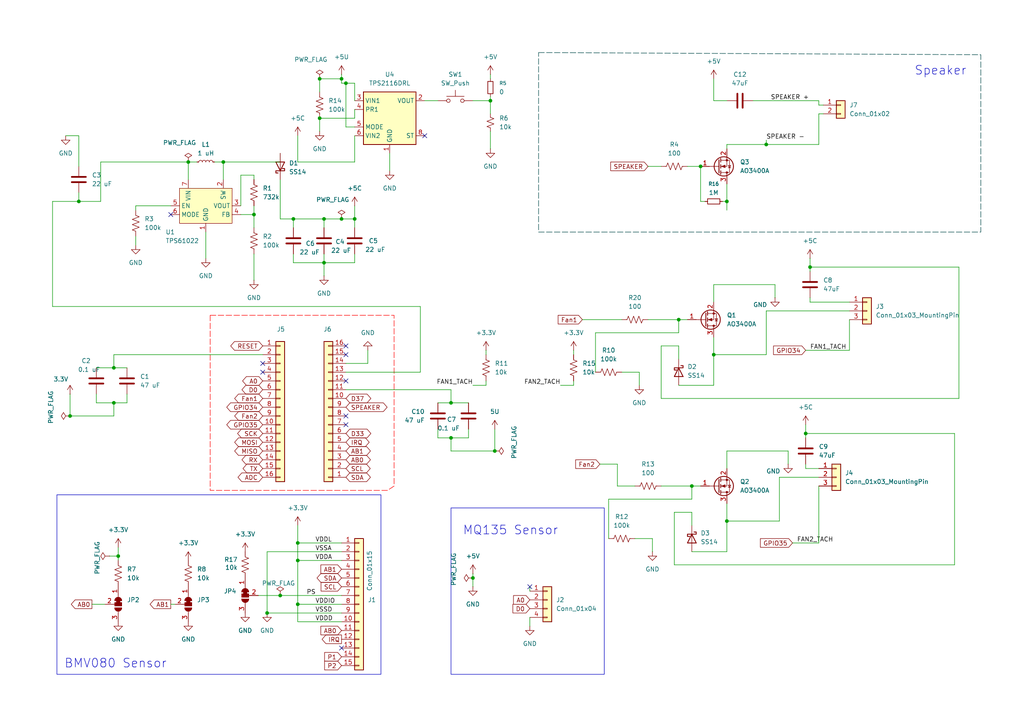
<source format=kicad_sch>
(kicad_sch (version 20250114) (generator "eeschema") (generator_version "9.0")
  (paper "A4")
  (title_block (rev "A4"))
  (rectangle (start 130.81 147.32) (end 175.26 195.58))
  (rectangle (start 16.51 143.51) (end 110.49 195.58))
  (text "BMV080 Sensor" (at 33.528 192.532 0) (effects (font (size 2.54 2.54))))
  (text "MQ135 Sensor" (at 148.082 153.924 0) (effects (font (size 2.54 2.54))))
  (text "Speaker" (at 272.796 20.574 0) (effects (font (size 2.54 2.54))))
  (junction (at 130.81 116.84))
  (junction (at 210.82 58.42))
  (junction (at 99.06 63.5))
  (junction (at 22.86 58.42))
  (junction (at 93.98 63.5))
  (junction (at 99.06 22.86))
  (junction (at 203.2 48.26))
  (junction (at 77.47 177.8))
  (junction (at 85.09 63.5))
  (junction (at 137.16 167.64))
  (junction (at 100.33 24.13))
  (junction (at 33.02 116.84))
  (junction (at 86.36 162.56))
  (junction (at 233.68 125.73))
  (junction (at 207.01 102.87))
  (junction (at 93.98 76.2))
  (junction (at 102.87 63.5))
  (junction (at 54.61 46.99))
  (junction (at 86.36 157.48))
  (junction (at 73.66 62.23))
  (junction (at 222.25 41.91))
  (junction (at 92.71 34.29))
  (junction (at 81.28 172.72))
  (junction (at 200.66 140.97))
  (junction (at 64.77 46.99))
  (junction (at 86.36 175.26))
  (junction (at 92.71 22.86))
  (junction (at 210.82 151.13))
  (junction (at 234.95 77.47))
  (junction (at 143.51 130.81))
  (junction (at 196.85 92.71))
  (junction (at 142.24 29.21))
  (junction (at 33.02 106.68))
  (junction (at 130.81 127))
  (junction (at 20.32 120.65))
  (junction (at 34.29 161.29))
  (no_connect (at 100.33 110.49))
  (no_connect (at 100.33 100.33))
  (no_connect (at 153.67 170.18))
  (no_connect (at 100.33 120.65))
  (no_connect (at 123.19 39.37))
  (no_connect (at 100.33 123.19))
  (no_connect (at 99.06 187.96))
  (no_connect (at 76.2 107.95))
  (no_connect (at 100.33 102.87))
  (no_connect (at 49.53 62.23))
  (no_connect (at 76.2 105.41))
  (wire (pts (xy 74.93 172.72) (xy 81.28 172.72)))
  (wire (pts (xy 229.87 157.48) (xy 237.49 157.48)))
  (wire (pts (xy 196.85 111.76) (xy 207.01 111.76)))
  (wire (pts (xy 77.47 160.02) (xy 77.47 177.8)))
  (wire (pts (xy 210.82 41.91) (xy 210.82 43.18)))
  (wire (pts (xy 210.82 160.02) (xy 210.82 151.13)))
  (wire (pts (xy 33.02 106.68) (xy 36.83 106.68)))
  (wire (pts (xy 69.85 62.23) (xy 73.66 62.23)))
  (wire (pts (xy 99.06 162.56) (xy 86.36 162.56)))
  (wire (pts (xy 203.2 58.42) (xy 204.47 58.42)))
  (wire (pts (xy 27.94 106.68) (xy 33.02 106.68)))
  (wire (pts (xy 207.01 29.21) (xy 210.82 29.21)))
  (wire (pts (xy 92.71 26.67) (xy 92.71 22.86)))
  (wire (pts (xy 15.24 58.42) (xy 22.86 58.42)))
  (wire (pts (xy 191.77 140.97) (xy 200.66 140.97)))
  (wire (pts (xy 81.28 44.45) (xy 81.28 46.99)))
  (wire (pts (xy 179.07 134.62) (xy 179.07 140.97)))
  (wire (pts (xy 33.02 120.65) (xy 33.02 116.84)))
  (wire (pts (xy 196.85 100.33) (xy 191.77 100.33)))
  (wire (pts (xy 34.29 158.75) (xy 34.29 161.29)))
  (wire (pts (xy 187.96 92.71) (xy 196.85 92.71)))
  (wire (pts (xy 54.61 46.99) (xy 54.61 52.07)))
  (wire (pts (xy 210.82 60.96) (xy 210.82 58.42)))
  (wire (pts (xy 102.87 59.69) (xy 102.87 63.5)))
  (wire (pts (xy 73.66 50.8) (xy 73.66 52.07)))
  (wire (pts (xy 27.94 114.3) (xy 27.94 116.84)))
  (wire (pts (xy 176.53 156.21) (xy 176.53 144.78)))
  (wire (pts (xy 222.25 102.87) (xy 207.01 102.87)))
  (wire (pts (xy 121.92 88.9) (xy 121.92 107.95)))
  (wire (pts (xy 81.28 172.72) (xy 99.06 172.72)))
  (wire (pts (xy 142.24 27.94) (xy 142.24 29.21)))
  (wire (pts (xy 102.87 63.5) (xy 102.87 66.04)))
  (wire (pts (xy 137.16 166.37) (xy 137.16 167.64)))
  (wire (pts (xy 233.68 101.6) (xy 246.38 101.6)))
  (wire (pts (xy 137.16 29.21) (xy 142.24 29.21)))
  (wire (pts (xy 30.48 175.26) (xy 26.67 175.26)))
  (wire (pts (xy 130.81 130.81) (xy 130.81 127)))
  (wire (pts (xy 102.87 76.2) (xy 93.98 76.2)))
  (wire (pts (xy 246.38 87.63) (xy 234.95 87.63)))
  (wire (pts (xy 59.69 67.31) (xy 59.69 74.93)))
  (wire (pts (xy 93.98 76.2) (xy 93.98 80.01)))
  (wire (pts (xy 203.2 48.26) (xy 203.2 58.42)))
  (wire (pts (xy 92.71 22.86) (xy 99.06 22.86)))
  (wire (pts (xy 142.24 29.21) (xy 142.24 33.02)))
  (wire (pts (xy 233.68 134.62) (xy 233.68 135.89)))
  (wire (pts (xy 121.92 107.95) (xy 100.33 107.95)))
  (wire (pts (xy 143.51 124.46) (xy 143.51 130.81)))
  (wire (pts (xy 130.81 127) (xy 135.89 127)))
  (wire (pts (xy 49.53 59.69) (xy 39.37 59.69)))
  (wire (pts (xy 81.28 63.5) (xy 85.09 63.5)))
  (wire (pts (xy 234.95 86.36) (xy 234.95 87.63)))
  (wire (pts (xy 100.33 105.41) (xy 106.68 105.41)))
  (wire (pts (xy 195.58 163.83) (xy 276.86 163.83)))
  (wire (pts (xy 100.33 24.13) (xy 100.33 36.83)))
  (wire (pts (xy 31.75 161.29) (xy 34.29 161.29)))
  (wire (pts (xy 93.98 73.66) (xy 93.98 76.2)))
  (wire (pts (xy 34.29 161.29) (xy 34.29 162.56)))
  (wire (pts (xy 127 127) (xy 130.81 127)))
  (wire (pts (xy 191.77 115.57) (xy 278.13 115.57)))
  (wire (pts (xy 233.68 125.73) (xy 233.68 127)))
  (wire (pts (xy 222.25 90.17) (xy 222.25 102.87)))
  (wire (pts (xy 207.01 111.76) (xy 207.01 102.87)))
  (wire (pts (xy 36.83 116.84) (xy 33.02 116.84)))
  (wire (pts (xy 276.86 163.83) (xy 276.86 125.73)))
  (wire (pts (xy 199.39 48.26) (xy 203.2 48.26)))
  (wire (pts (xy 69.85 59.69) (xy 69.85 50.8)))
  (wire (pts (xy 29.21 46.99) (xy 54.61 46.99)))
  (wire (pts (xy 33.02 116.84) (xy 27.94 116.84)))
  (wire (pts (xy 207.01 22.86) (xy 207.01 29.21)))
  (wire (pts (xy 278.13 77.47) (xy 234.95 77.47)))
  (wire (pts (xy 127 124.46) (xy 127 127)))
  (wire (pts (xy 85.09 76.2) (xy 93.98 76.2)))
  (wire (pts (xy 86.36 175.26) (xy 99.06 175.26)))
  (wire (pts (xy 100.33 24.13) (xy 99.06 24.13)))
  (wire (pts (xy 86.36 152.4) (xy 86.36 157.48)))
  (wire (pts (xy 195.58 148.59) (xy 195.58 163.83)))
  (wire (pts (xy 130.81 113.03) (xy 130.81 116.84)))
  (wire (pts (xy 200.66 148.59) (xy 200.66 152.4)))
  (wire (pts (xy 189.23 156.21) (xy 189.23 160.02)))
  (wire (pts (xy 99.06 63.5) (xy 102.87 63.5)))
  (wire (pts (xy 62.23 46.99) (xy 64.77 46.99)))
  (wire (pts (xy 64.77 52.07) (xy 64.77 46.99)))
  (wire (pts (xy 92.71 34.29) (xy 92.71 38.1)))
  (wire (pts (xy 224.79 82.55) (xy 224.79 86.36)))
  (wire (pts (xy 123.19 29.21) (xy 127 29.21)))
  (wire (pts (xy 99.06 21.59) (xy 99.06 22.86)))
  (wire (pts (xy 102.87 46.99) (xy 86.36 46.99)))
  (wire (pts (xy 237.49 33.02) (xy 238.76 33.02)))
  (wire (pts (xy 85.09 63.5) (xy 93.98 63.5)))
  (wire (pts (xy 33.02 102.87) (xy 76.2 102.87)))
  (wire (pts (xy 237.49 29.21) (xy 237.49 30.48)))
  (wire (pts (xy 142.24 22.86) (xy 142.24 21.59)))
  (wire (pts (xy 176.53 144.78) (xy 200.66 144.78)))
  (wire (pts (xy 102.87 24.13) (xy 102.87 29.21)))
  (wire (pts (xy 210.82 151.13) (xy 210.82 146.05)))
  (wire (pts (xy 210.82 41.91) (xy 222.25 41.91)))
  (wire (pts (xy 81.28 46.99) (xy 64.77 46.99)))
  (wire (pts (xy 86.36 180.34) (xy 86.36 175.26)))
  (wire (pts (xy 172.72 107.95) (xy 172.72 96.52)))
  (wire (pts (xy 200.66 160.02) (xy 210.82 160.02)))
  (wire (pts (xy 15.24 58.42) (xy 15.24 88.9)))
  (wire (pts (xy 22.86 48.26) (xy 22.86 39.37)))
  (wire (pts (xy 168.91 92.71) (xy 180.34 92.71)))
  (wire (pts (xy 226.06 151.13) (xy 210.82 151.13)))
  (wire (pts (xy 228.6 130.81) (xy 228.6 134.62)))
  (wire (pts (xy 200.66 148.59) (xy 195.58 148.59)))
  (wire (pts (xy 191.77 100.33) (xy 191.77 115.57)))
  (wire (pts (xy 196.85 100.33) (xy 196.85 104.14)))
  (wire (pts (xy 135.89 124.46) (xy 135.89 127)))
  (wire (pts (xy 207.01 102.87) (xy 207.01 97.79)))
  (wire (pts (xy 200.66 140.97) (xy 203.2 140.97)))
  (wire (pts (xy 180.34 107.95) (xy 185.42 107.95)))
  (wire (pts (xy 207.01 87.63) (xy 207.01 82.55)))
  (wire (pts (xy 73.66 73.66) (xy 73.66 81.28)))
  (wire (pts (xy 20.32 120.65) (xy 33.02 120.65)))
  (wire (pts (xy 210.82 130.81) (xy 228.6 130.81)))
  (wire (pts (xy 140.97 101.6) (xy 140.97 102.87)))
  (wire (pts (xy 200.66 144.78) (xy 200.66 140.97)))
  (wire (pts (xy 49.53 175.26) (xy 50.8 175.26)))
  (wire (pts (xy 246.38 92.71) (xy 246.38 101.6)))
  (wire (pts (xy 22.86 39.37) (xy 19.05 39.37)))
  (wire (pts (xy 39.37 68.58) (xy 39.37 71.12)))
  (wire (pts (xy 15.24 88.9) (xy 121.92 88.9)))
  (wire (pts (xy 54.61 46.99) (xy 57.15 46.99)))
  (wire (pts (xy 69.85 50.8) (xy 73.66 50.8)))
  (wire (pts (xy 226.06 138.43) (xy 226.06 151.13)))
  (wire (pts (xy 184.15 156.21) (xy 189.23 156.21)))
  (wire (pts (xy 210.82 135.89) (xy 210.82 130.81)))
  (wire (pts (xy 93.98 63.5) (xy 93.98 66.04)))
  (wire (pts (xy 130.81 116.84) (xy 127 116.84)))
  (wire (pts (xy 187.96 48.26) (xy 191.77 48.26)))
  (wire (pts (xy 196.85 96.52) (xy 196.85 92.71)))
  (wire (pts (xy 140.97 110.49) (xy 140.97 111.76)))
  (wire (pts (xy 166.37 101.6) (xy 166.37 102.87)))
  (wire (pts (xy 102.87 36.83) (xy 100.33 36.83)))
  (wire (pts (xy 113.03 44.45) (xy 113.03 49.53)))
  (wire (pts (xy 153.67 170.18) (xy 153.67 171.45)))
  (wire (pts (xy 246.38 90.17) (xy 222.25 90.17)))
  (wire (pts (xy 234.95 77.47) (xy 234.95 78.74)))
  (wire (pts (xy 210.82 58.42) (xy 210.82 53.34)))
  (wire (pts (xy 237.49 140.97) (xy 237.49 157.48)))
  (wire (pts (xy 20.32 114.3) (xy 20.32 120.65)))
  (wire (pts (xy 86.36 175.26) (xy 86.36 162.56)))
  (wire (pts (xy 29.21 46.99) (xy 29.21 58.42)))
  (wire (pts (xy 102.87 46.99) (xy 102.87 39.37)))
  (wire (pts (xy 86.36 162.56) (xy 86.36 157.48)))
  (wire (pts (xy 100.33 113.03) (xy 130.81 113.03)))
  (wire (pts (xy 81.28 52.07) (xy 81.28 63.5)))
  (wire (pts (xy 233.68 123.19) (xy 233.68 125.73)))
  (wire (pts (xy 85.09 63.5) (xy 85.09 66.04)))
  (wire (pts (xy 85.09 73.66) (xy 85.09 76.2)))
  (wire (pts (xy 36.83 114.3) (xy 36.83 116.84)))
  (wire (pts (xy 102.87 73.66) (xy 102.87 76.2)))
  (wire (pts (xy 237.49 30.48) (xy 238.76 30.48)))
  (wire (pts (xy 276.86 125.73) (xy 233.68 125.73)))
  (wire (pts (xy 73.66 62.23) (xy 73.66 66.04)))
  (wire (pts (xy 86.36 157.48) (xy 99.06 157.48)))
  (wire (pts (xy 166.37 110.49) (xy 166.37 111.76)))
  (wire (pts (xy 33.02 102.87) (xy 33.02 106.68)))
  (wire (pts (xy 99.06 22.86) (xy 99.06 24.13)))
  (wire (pts (xy 92.71 34.29) (xy 102.87 34.29)))
  (wire (pts (xy 196.85 92.71) (xy 199.39 92.71)))
  (wire (pts (xy 93.98 63.5) (xy 99.06 63.5)))
  (wire (pts (xy 173.99 134.62) (xy 179.07 134.62)))
  (wire (pts (xy 237.49 138.43) (xy 226.06 138.43)))
  (wire (pts (xy 234.95 74.93) (xy 234.95 77.47)))
  (wire (pts (xy 73.66 59.69) (xy 73.66 62.23)))
  (wire (pts (xy 278.13 115.57) (xy 278.13 77.47)))
  (wire (pts (xy 99.06 160.02) (xy 77.47 160.02)))
  (wire (pts (xy 140.97 111.76) (xy 137.16 111.76)))
  (wire (pts (xy 142.24 38.1) (xy 142.24 43.18)))
  (wire (pts (xy 153.67 179.07) (xy 153.67 181.61)))
  (wire (pts (xy 99.06 180.34) (xy 86.36 180.34)))
  (wire (pts (xy 137.16 167.64) (xy 137.16 170.18)))
  (wire (pts (xy 237.49 135.89) (xy 233.68 135.89)))
  (wire (pts (xy 209.55 58.42) (xy 210.82 58.42)))
  (wire (pts (xy 22.86 55.88) (xy 22.86 58.42)))
  (wire (pts (xy 166.37 111.76) (xy 162.56 111.76)))
  (wire (pts (xy 135.89 116.84) (xy 130.81 116.84)))
  (wire (pts (xy 222.25 40.64) (xy 222.25 41.91)))
  (wire (pts (xy 22.86 58.42) (xy 29.21 58.42)))
  (wire (pts (xy 222.25 41.91) (xy 237.49 41.91)))
  (wire (pts (xy 102.87 34.29) (xy 102.87 31.75)))
  (wire (pts (xy 106.68 105.41) (xy 106.68 101.6)))
  (wire (pts (xy 86.36 39.37) (xy 86.36 46.99)))
  (wire (pts (xy 185.42 107.95) (xy 185.42 111.76)))
  (wire (pts (xy 102.87 24.13) (xy 100.33 24.13)))
  (wire (pts (xy 218.44 29.21) (xy 237.49 29.21)))
  (wire (pts (xy 77.47 177.8) (xy 99.06 177.8)))
  (wire (pts (xy 172.72 96.52) (xy 196.85 96.52)))
  (wire (pts (xy 207.01 82.55) (xy 224.79 82.55)))
  (wire (pts (xy 179.07 140.97) (xy 184.15 140.97)))
  (wire (pts (xy 39.37 59.69) (xy 39.37 60.96)))
  (wire (pts (xy 237.49 41.91) (xy 237.49 33.02)))
  (wire (pts (xy 143.51 130.81) (xy 130.81 130.81)))
  (label "VDDIO" (at 91.44 175.26 0))
  (label "FAN1_TACH" (at 234.95 101.6 0))
  (label "VSSD" (at 91.44 177.8 0))
  (label "PS" (at 88.9 172.72 0))
  (label "SPEAKER -" (at 222.25 40.64 0))
  (label "VDDA" (at 91.44 162.56 0))
  (label "VDDD" (at 91.44 180.34 0))
  (label "VDDL" (at 91.44 157.48 0))
  (label "FAN2_TACH" (at 162.56 111.76 180))
  (label "SPEAKER +" (at 223.52 29.21 0))
  (label "VSSA" (at 91.44 160.02 0))
  (label "FAN2_TACH" (at 231.14 157.48 0))
  (label "FAN1_TACH" (at 137.16 111.76 180))
  (global_label "AB1" (shape input) (at 99.06 165.1 180) (property "Intersheetrefs" "${INTERSHEET_REFS}" (effects (hide yes))))
  (global_label "SCK" (shape bidirectional) (at 76.2 125.73 180) (property "Intersheetrefs" "${INTERSHEET_REFS}" (effects (hide yes))))
  (global_label "RX" (shape bidirectional) (at 76.2 133.35 180) (property "Intersheetrefs" "${INTERSHEET_REFS}" (effects (hide yes))))
  (global_label "D33" (shape bidirectional) (at 100.33 125.73 0) (property "Intersheetrefs" "${INTERSHEET_REFS}" (effects (hide yes))))
  (global_label "Fan2" (shape bidirectional) (at 76.2 120.65 180) (property "Intersheetrefs" "${INTERSHEET_REFS}" (effects (hide yes))))
  (global_label "SCL" (shape bidirectional) (at 100.33 135.89 0) (property "Intersheetrefs" "${INTERSHEET_REFS}" (effects (hide yes))))
  (global_label "D37" (shape bidirectional) (at 100.33 115.57 0) (property "Intersheetrefs" "${INTERSHEET_REFS}" (effects (hide yes))))
  (global_label "TX" (shape bidirectional) (at 76.2 135.89 180) (property "Intersheetrefs" "${INTERSHEET_REFS}" (effects (hide yes))))
  (global_label "IRQ" (shape bidirectional) (at 100.33 128.27 0) (property "Intersheetrefs" "${INTERSHEET_REFS}" (effects (hide yes))))
  (global_label "Fan2" (shape input) (at 173.99 134.62 180) (property "Intersheetrefs" "${INTERSHEET_REFS}" (effects (hide yes))))
  (global_label "P1" (shape input) (at 99.06 190.5 180) (property "Intersheetrefs" "${INTERSHEET_REFS}" (effects (hide yes))))
  (global_label "AB0" (shape input) (at 99.06 182.88 180) (property "Intersheetrefs" "${INTERSHEET_REFS}" (effects (hide yes))))
  (global_label "IRQ" (shape output) (at 99.06 185.42 180) (property "Intersheetrefs" "${INTERSHEET_REFS}" (effects (hide yes))))
  (global_label "GPIO34" (shape bidirectional) (at 76.2 118.11 180) (property "Intersheetrefs" "${INTERSHEET_REFS}" (effects (hide yes))))
  (global_label "AB1" (shape bidirectional) (at 100.33 130.81 0) (property "Intersheetrefs" "${INTERSHEET_REFS}" (effects (hide yes))))
  (global_label "SDA" (shape bidirectional) (at 100.33 138.43 0) (property "Intersheetrefs" "${INTERSHEET_REFS}" (effects (hide yes))))
  (global_label "D0" (shape bidirectional) (at 76.2 113.03 180) (property "Intersheetrefs" "${INTERSHEET_REFS}" (effects (hide yes))))
  (global_label "GPIO35" (shape input) (at 229.87 157.48 180) (property "Intersheetrefs" "${INTERSHEET_REFS}" (effects (hide yes))))
  (global_label "A0" (shape input) (at 153.67 173.99 180) (property "Intersheetrefs" "${INTERSHEET_REFS}" (effects (hide yes))))
  (global_label "Fan1" (shape bidirectional) (at 76.2 115.57 180) (property "Intersheetrefs" "${INTERSHEET_REFS}" (effects (hide yes))))
  (global_label "MISO" (shape bidirectional) (at 76.2 130.81 180) (property "Intersheetrefs" "${INTERSHEET_REFS}" (effects (hide yes))))
  (global_label "GPIO35" (shape bidirectional) (at 76.2 123.19 180) (property "Intersheetrefs" "${INTERSHEET_REFS}" (effects (hide yes))))
  (global_label "SCL" (shape input) (at 99.06 170.18 180) (property "Intersheetrefs" "${INTERSHEET_REFS}" (effects (hide yes))))
  (global_label "AB1" (shape output) (at 49.53 175.26 180) (property "Intersheetrefs" "${INTERSHEET_REFS}" (effects (hide yes))))
  (global_label "SPEAKER" (shape input) (at 187.96 48.26 180) (property "Intersheetrefs" "${INTERSHEET_REFS}" (effects (hide yes))))
  (global_label "GPIO34" (shape input) (at 233.68 101.6 180) (property "Intersheetrefs" "${INTERSHEET_REFS}" (effects (hide yes))))
  (global_label "Fan1" (shape input) (at 168.91 92.71 180) (property "Intersheetrefs" "${INTERSHEET_REFS}" (effects (hide yes))))
  (global_label "MOSI" (shape bidirectional) (at 76.2 128.27 180) (property "Intersheetrefs" "${INTERSHEET_REFS}" (effects (hide yes))))
  (global_label "RESET" (shape bidirectional) (at 76.2 100.33 180) (property "Intersheetrefs" "${INTERSHEET_REFS}" (effects (hide yes))))
  (global_label "ADC" (shape bidirectional) (at 76.2 138.43 180) (property "Intersheetrefs" "${INTERSHEET_REFS}" (effects (hide yes))))
  (global_label "AB0" (shape output) (at 26.67 175.26 180) (property "Intersheetrefs" "${INTERSHEET_REFS}" (effects (hide yes))))
  (global_label "AB0" (shape bidirectional) (at 100.33 133.35 0) (property "Intersheetrefs" "${INTERSHEET_REFS}" (effects (hide yes))))
  (global_label "D0" (shape input) (at 153.67 176.53 180) (property "Intersheetrefs" "${INTERSHEET_REFS}" (effects (hide yes))))
  (global_label "P2" (shape input) (at 99.06 193.04 180) (property "Intersheetrefs" "${INTERSHEET_REFS}" (effects (hide yes))))
  (global_label "A0" (shape bidirectional) (at 76.2 110.49 180) (property "Intersheetrefs" "${INTERSHEET_REFS}" (effects (hide yes))))
  (global_label "SPEAKER" (shape bidirectional) (at 100.33 118.11 0) (property "Intersheetrefs" "${INTERSHEET_REFS}" (effects (hide yes))))
  (global_label "SDA" (shape bidirectional) (at 99.06 167.64 180) (property "Intersheetrefs" "${INTERSHEET_REFS}" (effects (hide yes))))
  (rule_area (polyline (pts (xy 60.96 91.44) (xy 114.3 91.44) (xy 114.3 140.97) (xy 112.395 142.24) (xy 62.865 142.24) (xy 60.96 142.24)) (stroke (width 0) (type dash))))
  (rule_area (polyline (pts (xy 156.21 15.24) (xy 284.48 15.875) (xy 284.48 67.31) (xy 247.65 67.31) (xy 198.12 67.31) (xy 156.21 67.31)) (stroke (width 0) (type dash) (color 0 72 72 1))))
  (symbol (lib_id "power:PWR_FLAG") (at 54.61 46.99 0) (unit 1)
    (property "Reference" "#FLG02" (effects (hide yes)))
    (property "Value" "PWR_FLAG" (at 52.07 41.402 0))
    (property "Description" "Special symbol for telling ERC where power comes from" (effects (hide yes)))
  )
  (symbol (lib_id "power:GND") (at 92.71 38.1 0) (unit 1)
    (property "Reference" "#PWR034" (effects (hide yes)))
    (property "Value" "GND" (at 92.71 43.18 0))
    (property "Description" "Power symbol creates a global label with name \"GND\" , ground" (effects (hide yes)))
  )
  (symbol (lib_id "power:+3.3V") (at 140.97 101.6 0) (unit 1)
    (property "Reference" "#PWR024" (effects (hide yes)))
    (property "Value" "+3.3V" (at 140.97 96.52 0))
    (property "Description" "Power symbol creates a global label with name \"+3.3V\"" (effects (hide yes)))
  )
  (symbol (lib_id "Jumper:SolderJumper_3_Bridged12") (at 34.29 175.26 270) (unit 1) (in_bom no)
    (property "Reference" "JP2" (at 36.83 173.9899 90) (effects (justify left)))
    (property "Value" "SolderJumper_3_Bridged12" (effects (hide yes)))
    (property "Footprint" "Jumper:SolderJumper-3_P1.3mm_Bridged12_Pad1.0x1.5mm" (effects (hide yes)))
    (property "Description" "3-pole Solder Jumper, pins 1+2 closed/bridged" (effects (hide yes)))
  )
  (symbol (lib_id "power:PWR_FLAG") (at 143.51 130.81 270) (unit 1)
    (property "Reference" "#FLG06" (effects (hide yes)))
    (property "Value" "PWR_FLAG" (at 149.098 128.27 0))
    (property "Description" "Special symbol for telling ERC where power comes from" (effects (hide yes)))
  )
  (symbol (lib_id "power:+5V") (at 143.51 124.46 0) (mirror y) (unit 1)
    (property "Reference" "#PWR09" (effects (hide yes)))
    (property "Value" "5U" (at 143.51 119.38 0))
    (property "Description" "Power symbol creates a global label with name \"+5V\"" (effects (hide yes)))
  )
  (symbol (lib_id "power:PWR_FLAG") (at 99.06 63.5 0) (unit 1)
    (property "Reference" "#FLG04" (effects (hide yes)))
    (property "Value" "PWR_FLAG" (at 96.52 57.912 0))
    (property "Description" "Special symbol for telling ERC where power comes from" (effects (hide yes)))
  )
  (symbol (lib_id "power:+3.3V") (at 34.29 158.75 0) (unit 1)
    (property "Reference" "#PWR014" (effects (hide yes)))
    (property "Value" "+3.3V" (at 34.29 153.67 0))
    (property "Description" "Power symbol creates a global label with name \"+3.3V\"" (effects (hide yes)))
  )
  (symbol (lib_id "Device:R_US") (at 180.34 156.21 90) (unit 1)
    (property "Reference" "R12" (at 180.34 149.86 90))
    (property "Value" "100k" (at 180.34 152.4 90))
    (property "Footprint" "Resistor_SMD:R_0805_2012Metric_Pad1.20x1.40mm_HandSolder" (effects (hide yes)))
    (property "Description" "Resistor, US symbol" (effects (hide yes)))
  )
  (symbol (lib_id "power:+3.3V") (at 166.37 101.6 0) (unit 1)
    (property "Reference" "#PWR030" (effects (hide yes)))
    (property "Value" "+3.3V" (at 166.37 96.52 0))
    (property "Description" "Power symbol creates a global label with name \"+3.3V\"" (effects (hide yes)))
  )
  (symbol (lib_id "power:GND") (at 153.67 181.61 0) (unit 1)
    (property "Reference" "#PWR018" (effects (hide yes)))
    (property "Value" "GND" (at 153.67 186.69 0))
    (property "Description" "Power symbol creates a global label with name \"GND\" , ground" (effects (hide yes)))
  )
  (symbol (lib_id "power:PWR_FLAG") (at 92.71 22.86 0) (unit 1)
    (property "Reference" "#FLG03" (effects (hide yes)))
    (property "Value" "PWR_FLAG" (at 90.17 17.272 0))
    (property "Description" "Special symbol for telling ERC where power comes from" (effects (hide yes)))
  )
  (symbol (lib_id "Device:R_Small") (at 142.24 25.4 0) (unit 1)
    (property "Reference" "R5" (at 144.78 24.1299 0) (effects (font (size 1.016 1.016)) (justify left)))
    (property "Value" "0" (at 144.78 26.6699 0) (effects (justify left)))
    (property "Footprint" "Resistor_SMD:R_0805_2012Metric_Pad1.20x1.40mm_HandSolder" (effects (hide yes)))
    (property "Description" "Resistor, small symbol" (effects (hide yes)))
  )
  (symbol (lib_id "Connector_Generic:Conn_01x15") (at 104.14 175.26 0) (unit 1)
    (property "Reference" "J1" (at 106.68 173.9899 0) (effects (justify left)))
    (property "Value" "Conn_01x15" (at 107.188 171.45 90) (effects (justify left)))
    (property "Footprint" "Connector_FFC-FPC:Molex_200528-0130_1x13-1MP_P1.00mm_Horizontal" (effects (hide yes)))
    (property "Description" "Generic connector, single row, 01x15, script generated (kicad-library-utils/schlib/autogen/connector/)" (effects (hide yes)))
  )
  (symbol (lib_id "power:GND") (at 39.37 71.12 0) (unit 1)
    (property "Reference" "#PWR07" (effects (hide yes)))
    (property "Value" "GND" (at 39.37 76.2 0))
    (property "Description" "Power symbol creates a global label with name \"GND\" , ground" (effects (hide yes)))
  )
  (symbol (lib_id "Device:R_US") (at 166.37 106.68 180) (unit 1)
    (property "Reference" "R15" (at 168.91 105.4099 0) (effects (justify right)))
    (property "Value" "10k" (at 168.91 107.9499 0) (effects (justify right)))
    (property "Footprint" "Resistor_SMD:R_0805_2012Metric_Pad1.20x1.40mm_HandSolder" (effects (hide yes)))
    (property "Description" "Resistor, US symbol" (effects (hide yes)))
  )
  (symbol (lib_id "Transistor_FET:AO3400A") (at 208.28 48.26 0) (mirror x) (unit 1)
    (property "Reference" "Q3" (at 214.63 46.9899 0) (effects (justify left)))
    (property "Value" "AO3400A" (at 214.63 49.5299 0) (effects (justify left)))
    (property "Footprint" "Package_TO_SOT_SMD:SOT-23" (effects (hide yes)))
    (property "Datasheet" "http://www.aosmd.com/pdfs/datasheet/AO3400A.pdf" (effects (hide yes)))
    (property "Description" "30V Vds, 5.7A Id, N-Channel MOSFET, SOT-23" (effects (hide yes)))
  )
  (symbol (lib_id "Device:C") (at 22.86 52.07 0) (unit 1)
    (property "Reference" "C3" (at 26.67 50.7999 0) (effects (justify left)))
    (property "Value" "22 uF" (at 26.67 53.3399 0) (effects (justify left)))
    (property "Footprint" "Capacitor_SMD:C_0805_2012Metric_Pad1.18x1.45mm_HandSolder" (effects (hide yes)))
    (property "Description" "Unpolarized capacitor" (effects (hide yes)))
  )
  (symbol (lib_id "power:PWR_FLAG") (at 137.16 167.64 90) (mirror x) (unit 1)
    (property "Reference" "#FLG09" (effects (hide yes)))
    (property "Value" "PWR_FLAG" (at 131.572 165.1 0))
    (property "Description" "Special symbol for telling ERC where power comes from" (effects (hide yes)))
  )
  (symbol (lib_id "power:GND") (at 228.6 134.62 0) (unit 1)
    (property "Reference" "#PWR027" (effects (hide yes)))
    (property "Value" "GND" (at 224.282 136.652 0))
    (property "Description" "Power symbol creates a global label with name \"GND\" , ground" (effects (hide yes)))
  )
  (symbol (lib_id "Device:C") (at 214.63 29.21 90) (unit 1)
    (property "Reference" "C12" (at 214.63 21.59 90))
    (property "Value" "47uF" (at 214.63 24.13 90))
    (property "Footprint" "Capacitor_SMD:C_0805_2012Metric_Pad1.18x1.45mm_HandSolder" (effects (hide yes)))
    (property "Description" "Unpolarized capacitor" (effects (hide yes)))
  )
  (symbol (lib_id "Device:C") (at 27.94 110.49 0) (unit 1)
    (property "Reference" "C2" (at 23.622 104.648 0) (effects (justify left)))
    (property "Value" "0.1 uF" (at 22.606 107.188 0) (effects (justify left)))
    (property "Footprint" "Capacitor_SMD:C_0805_2012Metric_Pad1.18x1.45mm_HandSolder" (effects (hide yes)))
    (property "Description" "Unpolarized capacitor" (effects (hide yes)))
  )
  (symbol (lib_id "Device:R_Small_US") (at 142.24 35.56 0) (unit 1)
    (property "Reference" "R6" (at 144.78 34.2899 0) (effects (justify left)))
    (property "Value" "10k" (at 144.78 36.8299 0) (effects (justify left)))
    (property "Footprint" "Resistor_SMD:R_0805_2012Metric_Pad1.20x1.40mm_HandSolder" (effects (hide yes)))
    (property "Description" "Resistor, small US symbol" (effects (hide yes)))
  )
  (symbol (lib_id "power:+5V") (at 137.16 166.37 0) (unit 1)
    (property "Reference" "#PWR021" (effects (hide yes)))
    (property "Value" "+5V" (at 137.16 161.29 0))
    (property "Description" "Power symbol creates a global label with name \"+5V\"" (effects (hide yes)))
  )
  (symbol (lib_id "power:+5V") (at 207.01 22.86 0) (unit 1)
    (property "Reference" "#PWR035" (effects (hide yes)))
    (property "Value" "+5V" (at 207.01 17.78 0))
    (property "Description" "Power symbol creates a global label with name \"+5V\"" (effects (hide yes)))
  )
  (symbol (lib_id "power:GND") (at 224.79 86.36 0) (unit 1)
    (property "Reference" "#PWR023" (effects (hide yes)))
    (property "Value" "GND" (at 220.472 88.392 0))
    (property "Description" "Power symbol creates a global label with name \"GND\" , ground" (effects (hide yes)))
  )
  (symbol (lib_id "power:GND") (at 19.05 39.37 0) (unit 1)
    (property "Reference" "#PWR02" (effects (hide yes)))
    (property "Value" "GND" (at 19.05 44.45 0))
    (property "Description" "Power symbol creates a global label with name \"GND\" , ground" (effects (hide yes)))
  )
  (symbol (lib_id "power:GND") (at 34.29 180.34 0) (unit 1)
    (property "Reference" "#PWR012" (effects (hide yes)))
    (property "Value" "GND" (at 34.29 185.42 0))
    (property "Description" "Power symbol creates a global label with name \"GND\" , ground" (effects (hide yes)))
  )
  (symbol (lib_id "Device:C") (at 102.87 69.85 0) (unit 1)
    (property "Reference" "C5" (at 106.934 69.85 0) (effects (justify left)))
    (property "Value" "22 uF" (at 105.918 72.39 0) (effects (justify left)))
    (property "Footprint" "Capacitor_SMD:C_0805_2012Metric_Pad1.18x1.45mm_HandSolder" (effects (hide yes)))
    (property "Description" "Unpolarized capacitor" (effects (hide yes)))
  )
  (symbol (lib_id "Device:R_US") (at 140.97 106.68 180) (unit 1)
    (property "Reference" "R11" (at 143.51 105.4099 0) (effects (justify right)))
    (property "Value" "10k" (at 143.51 107.9499 0) (effects (justify right)))
    (property "Footprint" "Resistor_SMD:R_0805_2012Metric_Pad1.20x1.40mm_HandSolder" (effects (hide yes)))
    (property "Description" "Resistor, US symbol" (effects (hide yes)))
  )
  (symbol (lib_id "power:GND") (at 189.23 160.02 0) (unit 1)
    (property "Reference" "#PWR020" (effects (hide yes)))
    (property "Value" "GND" (at 189.23 165.1 0))
    (property "Description" "Power symbol creates a global label with name \"GND\" , ground" (effects (hide yes)))
  )
  (symbol (lib_id "Device:R_US") (at 92.71 30.48 180) (unit 1)
    (property "Reference" "R14" (at 95.25 29.2099 0) (effects (justify right)))
    (property "Value" "100k" (at 95.25 31.7499 0) (effects (justify right)))
    (property "Footprint" "Resistor_SMD:R_0805_2012Metric_Pad1.20x1.40mm_HandSolder" (effects (hide yes)))
    (property "Description" "Resistor, US symbol" (effects (hide yes)))
  )
  (symbol (lib_name "Conn_01x03_MountingPin_1") (lib_id "Connector_Generic_MountingPin:Conn_01x03_MountingPin") (at 251.46 90.17 0) (unit 1)
    (property "Reference" "J3" (at 254 88.8999 0) (effects (justify left)))
    (property "Value" "Conn_01x03_MountingPin" (at 254 91.4399 0) (effects (justify left)))
    (property "Footprint" "Connector_Molex:Molex_CLIK-Mate_502382-0370_1x03-1MP_P1.25mm_Vertical" (effects (hide yes)))
    (property "Description" "Generic connectable mounting pin connector, single row, 01x03, script generated (kicad-library-utils/schlib/autogen/connector/)" (effects (hide yes)))
  )
  (symbol (lib_id "Device:R_US") (at 195.58 48.26 90) (unit 1)
    (property "Reference" "R4" (at 195.58 41.91 90))
    (property "Value" "100" (at 195.58 44.45 90))
    (property "Footprint" "Resistor_SMD:R_0805_2012Metric_Pad1.20x1.40mm_HandSolder" (effects (hide yes)))
    (property "Description" "Resistor, US symbol" (effects (hide yes)))
  )
  (symbol (lib_id "Connector_Generic:Conn_01x16") (at 81.28 118.11 0) (unit 1)
    (property "Reference" "J5" (at 80.264 95.504 0) (effects (justify left)))
    (property "Value" "Conn_01x16" (effects (hide yes)))
    (property "Footprint" "Connector_PinSocket_2.00mm:PinSocket_1x16_P2.00mm_Vertical" (effects (hide yes)))
    (property "Description" "Generic connector, single row, 01x16, script generated (kicad-library-utils/schlib/autogen/connector/)" (effects (hide yes)))
  )
  (symbol (lib_id "power:GND") (at 142.24 43.18 0) (unit 1)
    (property "Reference" "#PWR010" (effects (hide yes)))
    (property "Value" "GND" (at 142.24 48.26 0))
    (property "Description" "Power symbol creates a global label with name \"GND\" , ground" (effects (hide yes)))
  )
  (symbol (lib_id "Device:C") (at 233.68 130.81 0) (unit 1)
    (property "Reference" "C9" (at 237.49 129.5399 0) (effects (justify left)))
    (property "Value" "47uF" (at 237.49 132.0799 0) (effects (justify left)))
    (property "Footprint" "Capacitor_SMD:C_0805_2012Metric_Pad1.18x1.45mm_HandSolder" (effects (hide yes)))
    (property "Description" "Unpolarized capacitor" (effects (hide yes)))
  )
  (symbol (lib_id "Connector_Generic:Conn_01x04") (at 158.75 173.99 0) (unit 1)
    (property "Reference" "J2" (at 161.29 173.9899 0) (effects (justify left)))
    (property "Value" "Conn_01x04" (at 161.29 176.5299 0) (effects (justify left)))
    (property "Footprint" "Connector_PinSocket_2.00mm:PinSocket_1x04_P2.00mm_Horizontal" (effects (hide yes)))
    (property "Description" "Generic connector, single row, 01x04, script generated (kicad-library-utils/schlib/autogen/connector/)" (effects (hide yes)))
  )
  (symbol (lib_id "power:GND") (at 137.16 170.18 0) (unit 1)
    (property "Reference" "#PWR019" (effects (hide yes)))
    (property "Value" "GND" (at 137.16 175.26 0))
    (property "Description" "Power symbol creates a global label with name \"GND\" , ground" (effects (hide yes)))
  )
  (symbol (lib_id "Device:C") (at 234.95 82.55 0) (unit 1)
    (property "Reference" "C8" (at 238.76 81.2799 0) (effects (justify left)))
    (property "Value" "47uF" (at 238.76 83.8199 0) (effects (justify left)))
    (property "Footprint" "Capacitor_SMD:C_0805_2012Metric_Pad1.18x1.45mm_HandSolder" (effects (hide yes)))
    (property "Description" "Unpolarized capacitor" (effects (hide yes)))
  )
  (symbol (lib_id "power:+5C") (at 102.87 59.69 0) (unit 1)
    (property "Reference" "#PWR03" (effects (hide yes)))
    (property "Value" "+5C" (at 102.87 54.61 0))
    (property "Description" "Power symbol creates a global label with name \"+5C\"" (effects (hide yes)))
  )
  (symbol (lib_id "Device:R_US") (at 34.29 166.37 0) (unit 1)
    (property "Reference" "R7" (at 36.83 165.0999 0) (effects (justify left)))
    (property "Value" "10k" (at 36.83 167.6399 0) (effects (justify left)))
    (property "Footprint" "Resistor_SMD:R_0805_2012Metric_Pad1.20x1.40mm_HandSolder" (effects (hide yes)))
    (property "Description" "Resistor, US symbol" (effects (hide yes)))
  )
  (symbol (lib_id "power:PWR_FLAG") (at 31.75 161.29 90) (unit 1)
    (property "Reference" "#FLG01" (effects (hide yes)))
    (property "Value" "PWR_FLAG" (at 28.194 161.798 0))
    (property "Description" "Special symbol for telling ERC where power comes from" (effects (hide yes)))
  )
  (symbol (lib_id "Converter_DCDC:TPS61022") (at 59.69 59.69 0) (unit 1)
    (property "Reference" "U1" (at 48.006 67.31 0) (effects (justify left)))
    (property "Value" "TPS61022" (at 48.006 69.85 0) (effects (justify left)))
    (property "Footprint" "Package_DFN_QFN:Texas_RWU0007A_VQFN-7_2x2mm_P0.5mm" (effects (hide yes)))
    (property "Datasheet" "https://www.ti.com/lit/ds/symlink/tps61022.pdf" (effects (hide yes)))
    (property "Description" "8A Boost Converter, 0.5-5.5 V input, 2.2-5.5V output, Texas RWU0007A VQFN-7" (effects (hide yes)))
  )
  (symbol (lib_id "Device:C") (at 36.83 110.49 0) (unit 1)
    (property "Reference" "C1" (at 40.64 109.2199 0) (effects (justify left)))
    (property "Value" "47 uF" (at 40.64 111.7599 0) (effects (justify left)))
    (property "Footprint" "Capacitor_SMD:C_0805_2012Metric_Pad1.18x1.45mm_HandSolder" (effects (hide yes)))
    (property "Description" "Unpolarized capacitor" (effects (hide yes)))
  )
  (symbol (lib_id "power:+5C") (at 234.95 74.93 0) (unit 1)
    (property "Reference" "#PWR025" (effects (hide yes)))
    (property "Value" "+5C" (at 234.95 69.85 0))
    (property "Description" "Power symbol creates a global label with name \"+5C\"" (effects (hide yes)))
  )
  (symbol (lib_id "Device:C") (at 85.09 69.85 0) (unit 1)
    (property "Reference" "C6" (at 88.646 70.612 0) (effects (justify left)))
    (property "Value" "22 uF" (at 86.868 73.152 0) (effects (justify left)))
    (property "Footprint" "Capacitor_SMD:C_0805_2012Metric_Pad1.18x1.45mm_HandSolder" (effects (hide yes)))
    (property "Description" "Unpolarized capacitor" (effects (hide yes)))
  )
  (symbol (lib_id "power:+3.3V") (at 86.36 152.4 0) (unit 1)
    (property "Reference" "#PWR037" (effects (hide yes)))
    (property "Value" "+3.3V" (at 86.36 147.32 0))
    (property "Description" "Power symbol creates a global label with name \"+3.3V\"" (effects (hide yes)))
  )
  (symbol (lib_id "Jumper:SolderJumper_3_Bridged12") (at 71.12 172.72 90) (mirror x) (unit 1) (in_bom no)
    (property "Reference" "JP4" (at 68.58 171.4499 90) (effects (justify left)))
    (property "Value" "SolderJumper_3_Bridged12" (effects (hide yes)))
    (property "Footprint" "Jumper:SolderJumper-3_P1.3mm_Bridged12_Pad1.0x1.5mm" (effects (hide yes)))
    (property "Description" "3-pole Solder Jumper, pins 1+2 closed/bridged" (effects (hide yes)))
  )
  (symbol (lib_id "power:+5C") (at 233.68 123.19 0) (unit 1)
    (property "Reference" "#PWR029" (effects (hide yes)))
    (property "Value" "+5C" (at 233.68 118.11 0))
    (property "Description" "Power symbol creates a global label with name \"+5C\"" (effects (hide yes)))
  )
  (symbol (lib_id "power:GND") (at 113.03 49.53 0) (unit 1)
    (property "Reference" "#PWR026" (effects (hide yes)))
    (property "Value" "GND" (at 113.03 54.61 0))
    (property "Description" "Power symbol creates a global label with name \"GND\" , ground" (effects (hide yes)))
  )
  (symbol (lib_id "power:GND") (at 71.12 177.8 0) (unit 1)
    (property "Reference" "#PWR016" (effects (hide yes)))
    (property "Value" "GND" (at 71.12 182.88 0))
    (property "Description" "Power symbol creates a global label with name \"GND\" , ground" (effects (hide yes)))
  )
  (symbol (lib_id "power:GND") (at 185.42 111.76 0) (unit 1)
    (property "Reference" "#PWR022" (effects (hide yes)))
    (property "Value" "GND" (at 185.42 116.84 0))
    (property "Description" "Power symbol creates a global label with name \"GND\" , ground" (effects (hide yes)))
  )
  (symbol (lib_id "Transistor_FET:AO3400A") (at 208.28 140.97 0) (mirror x) (unit 1)
    (property "Reference" "Q2" (at 214.63 139.6999 0) (effects (justify left)))
    (property "Value" "AO3400A" (at 214.63 142.2399 0) (effects (justify left)))
    (property "Footprint" "Package_TO_SOT_SMD:SOT-23" (effects (hide yes)))
    (property "Datasheet" "http://www.aosmd.com/pdfs/datasheet/AO3400A.pdf" (effects (hide yes)))
    (property "Description" "30V Vds, 5.7A Id, N-Channel MOSFET, SOT-23" (effects (hide yes)))
  )
  (symbol (lib_id "Device:R_US") (at 54.61 166.37 0) (unit 1)
    (property "Reference" "R8" (at 57.15 165.0999 0) (effects (justify left)))
    (property "Value" "10k" (at 57.15 167.6399 0) (effects (justify left)))
    (property "Footprint" "Resistor_SMD:R_0805_2012Metric_Pad1.20x1.40mm_HandSolder" (effects (hide yes)))
    (property "Description" "Resistor, US symbol" (effects (hide yes)))
  )
  (symbol (lib_id "Connector_Generic:Conn_01x02") (at 243.84 30.48 0) (unit 1)
    (property "Reference" "J7" (at 246.38 30.4799 0) (effects (justify left)))
    (property "Value" "Conn_01x02" (at 246.38 33.0199 0) (effects (justify left)))
    (property "Footprint" "Connector_JST:JST_EH_B2B-EH-A_1x02_P2.50mm_Vertical" (effects (hide yes)))
    (property "Description" "Generic connector, single row, 01x02, script generated (kicad-library-utils/schlib/autogen/connector/)" (effects (hide yes)))
  )
  (symbol (lib_id "Device:R_US") (at 184.15 92.71 90) (unit 1)
    (property "Reference" "R20" (at 184.15 86.36 90))
    (property "Value" "100" (at 184.15 88.9 90))
    (property "Footprint" "Resistor_SMD:R_0805_2012Metric_Pad1.20x1.40mm_HandSolder" (effects (hide yes)))
    (property "Description" "Resistor, US symbol" (effects (hide yes)))
  )
  (symbol (lib_id "Transistor_FET:AO3400A") (at 204.47 92.71 0) (mirror x) (unit 1)
    (property "Reference" "Q1" (at 210.82 91.4399 0) (effects (justify left)))
    (property "Value" "AO3400A" (at 210.82 93.9799 0) (effects (justify left)))
    (property "Footprint" "Package_TO_SOT_SMD:SOT-23" (effects (hide yes)))
    (property "Datasheet" "http://www.aosmd.com/pdfs/datasheet/AO3400A.pdf" (effects (hide yes)))
    (property "Description" "30V Vds, 5.7A Id, N-Channel MOSFET, SOT-23" (effects (hide yes)))
  )
  (symbol (lib_id "Jumper:SolderJumper_3_Bridged12") (at 54.61 175.26 270) (unit 1) (in_bom no)
    (property "Reference" "JP3" (at 57.15 173.9899 90) (effects (justify left)))
    (property "Value" "SolderJumper_3_Bridged12" (effects (hide yes)))
    (property "Footprint" "Jumper:SolderJumper-3_P1.3mm_Bridged12_Pad1.0x1.5mm" (effects (hide yes)))
    (property "Description" "3-pole Solder Jumper, pins 1+2 closed/bridged" (effects (hide yes)))
  )
  (symbol (lib_id "power:GND") (at 106.68 101.6 180) (unit 1)
    (property "Reference" "#PWR08" (effects (hide yes)))
    (property "Value" "GND" (at 106.68 96.52 0))
    (property "Description" "Power symbol creates a global label with name \"GND\" , ground" (effects (hide yes)))
  )
  (symbol (lib_id "power:+3.3V") (at 54.61 162.56 0) (unit 1)
    (property "Reference" "#PWR015" (effects (hide yes)))
    (property "Value" "+3.3V" (at 54.61 157.48 0))
    (property "Description" "Power symbol creates a global label with name \"+3.3V\"" (effects (hide yes)))
  )
  (symbol (lib_id "power:GND") (at 93.98 80.01 0) (unit 1)
    (property "Reference" "#PWR04" (effects (hide yes)))
    (property "Value" "GND" (at 93.98 85.09 0))
    (property "Description" "Power symbol creates a global label with name \"GND\" , ground" (effects (hide yes)))
  )
  (symbol (lib_id "Diode:SS14") (at 200.66 156.21 270) (unit 1)
    (property "Reference" "D3" (at 203.2 154.6224 90) (effects (justify left)))
    (property "Value" "SS14" (at 203.2 157.1624 90) (effects (justify left)))
    (property "Footprint" "Diode_SMD:D_SMA" (effects (hide yes)))
    (property "Datasheet" "https://www.vishay.com/docs/88746/ss12.pdf" (effects (hide yes)))
    (property "Description" "40V 1A Schottky Diode, SMA" (effects (hide yes)))
  )
  (symbol (lib_id "Diode:SS14") (at 81.28 48.26 90) (unit 1)
    (property "Reference" "D1" (at 83.82 47.3074 90) (effects (justify right)))
    (property "Value" "SS14" (at 83.82 49.8474 90) (effects (justify right)))
    (property "Footprint" "Diode_SMD:D_SMA" (effects (hide yes)))
    (property "Datasheet" "https://www.vishay.com/docs/88746/ss12.pdf" (effects (hide yes)))
    (property "Description" "40V 1A Schottky Diode, SMA" (effects (hide yes)))
  )
  (symbol (lib_id "power:+5V") (at 99.06 21.59 0) (unit 1)
    (property "Reference" "#PWR032" (effects (hide yes)))
    (property "Value" "+5U" (at 99.06 16.51 0))
    (property "Description" "Power symbol creates a global label with name \"+5V\"" (effects (hide yes)))
  )
  (symbol (lib_id "power:GND") (at 54.61 180.34 0) (unit 1)
    (property "Reference" "#PWR013" (effects (hide yes)))
    (property "Value" "GND" (at 54.61 185.42 0))
    (property "Description" "Power symbol creates a global label with name \"GND\" , ground" (effects (hide yes)))
  )
  (symbol (lib_id "Device:R_US") (at 73.66 69.85 0) (unit 1)
    (property "Reference" "R2" (at 76.2 68.5799 0) (effects (justify left)))
    (property "Value" "100k" (at 76.2 71.1199 0) (effects (justify left)))
    (property "Footprint" "Resistor_SMD:R_0805_2012Metric_Pad1.20x1.40mm_HandSolder" (effects (hide yes)))
    (property "Description" "Resistor, US symbol" (effects (hide yes)))
  )
  (symbol (lib_id "power:+3.3V") (at 71.12 160.02 0) (unit 1)
    (property "Reference" "#PWR039" (effects (hide yes)))
    (property "Value" "+3.3V" (at 71.12 154.94 0))
    (property "Description" "Power symbol creates a global label with name \"+3.3V\"" (effects (hide yes)))
  )
  (symbol (lib_id "power:+5V") (at 20.32 114.3 0) (unit 1)
    (property "Reference" "#PWR01" (effects (hide yes)))
    (property "Value" "3.3V" (at 15.494 109.982 0) (effects (justify left)))
    (property "Description" "Power symbol creates a global label with name \"+5V\"" (effects (hide yes)))
  )
  (symbol (lib_id "Diode:SS14") (at 196.85 107.95 270) (unit 1)
    (property "Reference" "D2" (at 199.39 106.3624 90) (effects (justify left)))
    (property "Value" "SS14" (at 199.39 108.9024 90) (effects (justify left)))
    (property "Footprint" "Diode_SMD:D_SMA" (effects (hide yes)))
    (property "Datasheet" "https://www.vishay.com/docs/88746/ss12.pdf" (effects (hide yes)))
    (property "Description" "40V 1A Schottky Diode, SMA" (effects (hide yes)))
  )
  (symbol (lib_id "Device:L_Small") (at 59.69 46.99 90) (unit 1)
    (property "Reference" "L1" (at 59.69 41.91 90))
    (property "Value" "1 uH" (at 59.69 44.45 90))
    (property "Footprint" "Inductor_SMD:L_0805_2012Metric_Pad1.05x1.20mm_HandSolder" (effects (hide yes)))
    (property "Description" "Inductor, small symbol" (effects (hide yes)))
  )
  (symbol (lib_id "Device:R_US") (at 73.66 55.88 0) (unit 1)
    (property "Reference" "R1" (at 76.2 54.6099 0) (effects (justify left)))
    (property "Value" "732k" (at 76.2 57.1499 0) (effects (justify left)))
    (property "Footprint" "Resistor_SMD:R_0805_2012Metric_Pad1.20x1.40mm_HandSolder" (effects (hide yes)))
    (property "Description" "Resistor, US symbol" (effects (hide yes)))
  )
  (symbol (lib_id "Device:R_US") (at 176.53 107.95 90) (unit 1)
    (property "Reference" "R10" (at 176.53 101.6 90))
    (property "Value" "100k" (at 176.53 104.14 90))
    (property "Footprint" "Resistor_SMD:R_0805_2012Metric_Pad1.20x1.40mm_HandSolder" (effects (hide yes)))
    (property "Description" "Resistor, US symbol" (effects (hide yes)))
  )
  (symbol (lib_id "power:GND") (at 73.66 81.28 0) (unit 1)
    (property "Reference" "#PWR05" (effects (hide yes)))
    (property "Value" "GND" (at 73.66 86.36 0))
    (property "Description" "Power symbol creates a global label with name \"GND\" , ground" (effects (hide yes)))
  )
  (symbol (lib_id "Switch:SW_Push") (at 132.08 29.21 0) (unit 1)
    (property "Reference" "SW1" (at 132.08 21.59 0))
    (property "Value" "SW_Push" (at 132.08 24.13 0))
    (property "Footprint" "Button_Switch_SMD:SW_DIP_SPSTx01_Slide_6.7x4.1mm_W6.73mm_P2.54mm_LowProfile_JPin" (effects (hide yes)))
    (property "Description" "Push button switch, generic, two pins" (effects (hide yes)))
  )
  (symbol (lib_id "power:PWR_FLAG") (at 20.32 120.65 90) (mirror x) (unit 1)
    (property "Reference" "#FLG05" (effects (hide yes)))
    (property "Value" "PWR_FLAG" (at 14.732 118.11 0))
    (property "Description" "Special symbol for telling ERC where power comes from" (effects (hide yes)))
  )
  (symbol (lib_id "Connector_Generic:Conn_01x16") (at 95.25 120.65 180) (unit 1)
    (property "Reference" "J6" (at 94.996 95.504 0))
    (property "Value" "Conn_01x16" (effects (hide yes)))
    (property "Footprint" "Connector_PinSocket_2.00mm:PinSocket_1x16_P2.00mm_Vertical" (effects (hide yes)))
    (property "Description" "Generic connector, single row, 01x16, script generated (kicad-library-utils/schlib/autogen/connector/)" (effects (hide yes)))
  )
  (symbol (lib_name "Conn_01x03_MountingPin_1") (lib_id "Connector_Generic_MountingPin:Conn_01x03_MountingPin") (at 242.57 138.43 0) (unit 1)
    (property "Reference" "J4" (at 245.11 137.1599 0) (effects (justify left)))
    (property "Value" "Conn_01x03_MountingPin" (at 245.11 139.6999 0) (effects (justify left)))
    (property "Footprint" "Connector_Molex:Molex_CLIK-Mate_502382-0370_1x03-1MP_P1.25mm_Vertical" (effects (hide yes)))
    (property "Description" "Generic connectable mounting pin connector, single row, 01x03, script generated (kicad-library-utils/schlib/autogen/connector/)" (effects (hide yes)))
  )
  (symbol (lib_id "Device:C") (at 127 120.65 0) (mirror y) (unit 1)
    (property "Reference" "C10" (at 123.19 119.3799 0) (effects (justify left)))
    (property "Value" "47 uF" (at 123.19 121.9199 0) (effects (justify left)))
    (property "Footprint" "Capacitor_SMD:C_0805_2012Metric_Pad1.18x1.45mm_HandSolder" (effects (hide yes)))
    (property "Description" "Unpolarized capacitor" (effects (hide yes)))
  )
  (symbol (lib_id "Device:R_US") (at 71.12 163.83 0) (unit 1)
    (property "Reference" "R17" (at 65.024 162.306 0) (effects (justify left)))
    (property "Value" "10k" (at 65.278 164.592 0) (effects (justify left)))
    (property "Footprint" "Resistor_SMD:R_0805_2012Metric_Pad1.20x1.40mm_HandSolder" (effects (hide yes)))
    (property "Description" "Resistor, US symbol" (effects (hide yes)))
  )
  (symbol (lib_id "power:+5V") (at 142.24 21.59 0) (unit 1)
    (property "Reference" "#PWR028" (effects (hide yes)))
    (property "Value" "+5V" (at 142.24 16.51 0))
    (property "Description" "Power symbol creates a global label with name \"+5V\"" (effects (hide yes)))
  )
  (symbol (lib_id "Power_Management:TPS2116DRL") (at 113.03 34.29 0) (unit 1)
    (property "Reference" "U4" (at 113.03 21.59 0))
    (property "Value" "TPS2116DRL" (at 113.03 24.13 0))
    (property "Footprint" "Package_TO_SOT_SMD:SOT-583-8" (effects (hide yes)))
    (property "Datasheet" "https://www.ti.com/lit/ds/symlink/tps2116.pdf" (effects (hide yes)))
    (property "Description" "2 Channnels Power Mux with Manual and Priority Switchover, 1.6-5.5V Input Voltage, 2.5A Output Current, Ron 40 mOhm, SOT-583-8" (effects (hide yes)))
  )
  (symbol (lib_id "Device:C") (at 135.89 120.65 0) (mirror y) (unit 1)
    (property "Reference" "C7" (at 132.334 121.666 0) (effects (justify left)))
    (property "Value" "0.1 uF" (at 133.35 124.206 0) (effects (justify left)))
    (property "Footprint" "Capacitor_SMD:C_0805_2012Metric_Pad1.18x1.45mm_HandSolder" (effects (hide yes)))
    (property "Description" "Unpolarized capacitor" (effects (hide yes)))
  )
  (symbol (lib_id "Device:R_US") (at 187.96 140.97 90) (unit 1)
    (property "Reference" "R13" (at 187.96 134.62 90))
    (property "Value" "100" (at 187.96 137.16 90))
    (property "Footprint" "Resistor_SMD:R_0805_2012Metric_Pad1.20x1.40mm_HandSolder" (effects (hide yes)))
    (property "Description" "Resistor, US symbol" (effects (hide yes)))
  )
  (symbol (lib_id "Device:R_Small") (at 207.01 58.42 90) (unit 1)
    (property "Reference" "R16" (at 207.01 53.34 90) (effects (font (size 1.016 1.016))))
    (property "Value" "1M" (at 207.01 55.88 90))
    (property "Footprint" "Resistor_SMD:R_0805_2012Metric_Pad1.20x1.40mm_HandSolder" (effects (hide yes)))
    (property "Description" "Resistor, small symbol" (effects (hide yes)))
  )
  (symbol (lib_id "power:GND") (at 59.69 74.93 0) (unit 1)
    (property "Reference" "#PWR06" (effects (hide yes)))
    (property "Value" "GND" (at 59.69 80.01 0))
    (property "Description" "Power symbol creates a global label with name \"GND\" , ground" (effects (hide yes)))
  )
  (symbol (lib_id "power:+5C") (at 86.36 39.37 0) (unit 1)
    (property "Reference" "#PWR033" (effects (hide yes)))
    (property "Value" "+5C" (at 86.36 34.29 0))
    (property "Description" "Power symbol creates a global label with name \"+5C\"" (effects (hide yes)))
  )
  (symbol (lib_id "Device:R_US") (at 39.37 64.77 0) (unit 1)
    (property "Reference" "R3" (at 41.91 63.4999 0) (effects (justify left)))
    (property "Value" "100k" (at 41.91 66.0399 0) (effects (justify left)))
    (property "Footprint" "Resistor_SMD:R_0805_2012Metric_Pad1.20x1.40mm_HandSolder" (effects (hide yes)))
    (property "Description" "Resistor, US symbol" (effects (hide yes)))
  )
  (symbol (lib_id "Device:C") (at 93.98 69.85 0) (unit 1)
    (property "Reference" "C4" (at 97.282 70.104 0) (effects (justify left)))
    (property "Value" "22 uF" (at 96.012 72.644 0) (effects (justify left)))
    (property "Footprint" "Capacitor_SMD:C_0805_2012Metric_Pad1.18x1.45mm_HandSolder" (effects (hide yes)))
    (property "Description" "Unpolarized capacitor" (effects (hide yes)))
  )
  (symbol (lib_id "power:GND") (at 77.47 177.8 0) (unit 1)
    (property "Reference" "#PWR017" (effects (hide yes)))
    (property "Value" "GND" (at 77.47 182.88 0))
    (property "Description" "Power symbol creates a global label with name \"GND\" , ground" (effects (hide yes)))
  )
  (symbol (lib_id "power:PWR_FLAG") (at 81.28 172.72 0) (unit 1)
    (property "Reference" "#FLG08" (effects (hide yes)))
    (property "Value" "PWR_FLAG" (at 80.772 169.164 0))
    (property "Description" "Special symbol for telling ERC where power comes from" (effects (hide yes)))
  )
)
</source>
